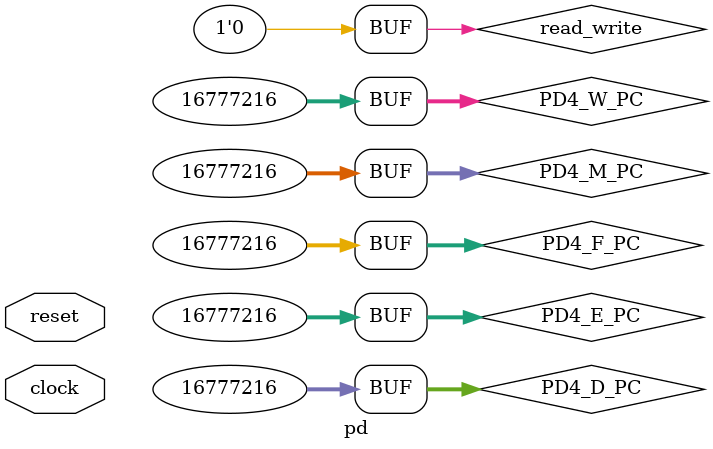
<source format=v>
module pd (
  input clock,
  input reset
);
  // // this came with pd.v dunno why they did it like this
  // reg [31:0] pc;
  // always @(posedge clock) begin
  //   if(reset) pc <= 0;
  //   else pc <= pc + 1;
  // end
   
  // fetch
  wire [31:0] data_in;
  wire read_write;
  assign read_write = 1'b0; //always read
  reg  [31:0] PD4_F_PC = 32'h01000000;
  reg  [31:0] PD4_F_INSN;

  // decode
  reg [6:0] PD4_D_OPCODE;
  reg [31:0] PD4_D_PC = 32'h01000000;
  reg [4:0] PD4_D_RD;
  reg [4:0] PD4_D_RS1; 
  reg [4:0] PD4_D_RS2; 
  reg [2:0] PD4_D_FUNCT3;
  reg [6:0] PD4_D_FUNCT7;
  reg [31:0] PD4_D_IMM;
  reg [4:0] PD4_D_SHAMT;

  // register file
  wire PD4_R_WRITE_ENABLE;
  wire [4:0] PD4_R_READ_RS1;
  wire [4:0] PD4_R_READ_RS2;
  wire [4:0] PD4_R_WRITE_DESTINATION;
  reg [31:0] PD4_R_READ_RS1_DATA;
  reg [31:0] PD4_R_READ_RS2_DATA;

  // execute
  reg [31:0] PD4_E_PC = 32'h01000000;
  reg [31:0] PD4_E_ALU_RES;
  reg PD4_E_BR_TAKEN;

  // branch compare
  wire BrUn;
  wire BrEq;
  wire BrLT;

  // A and B select
  wire ASel;
  wire BSel;
  wire [3:0] ALUSel;

  // DMEM
  reg [31:0] PD4_M_PC = 32'h01000000;
  wire [31:0] PD4_M_ADDRESS;
  wire PD4_M_RW;
  wire [1:0] PD4_M_SIZE_ENCODED;
  reg [31:0] PD4_M_DATA;

  // Writeback
  reg [31:0] PD4_W_PC = 32'h01000000;
  wire [1:0] PD4_W_ENABLE;
  wire [4:0] PD4_W_DESTINATION;
  wire [31:0] PD4_W_DATA;

  // assign address from instructions to register file inputs
  assign PD4_R_WRITE_DESTINATION = PD4_D_RD;
  assign PD4_R_READ_RS1 = PD4_D_RS1;
  assign PD4_R_READ_RS2 = PD4_D_RS2;

  imemory imem_0 (
    .clock(clock),
    .address(PD4_F_PC),
    .data_in(data_in),
    .data_out(PD4_F_INSN),
    .read_write(read_write)
  );

  dmemory dmem_0 (
    .clock(clock),
    .address(PD4_M_ADDRESS),
    .data_in(PD4_R_READ_RS2_DATA),
    .data_out(PD4_M_DATA),
    .read_write(PD4_M_RW),
    .access_size(PD4_M_SIZE_ENCODED)
  );

  decoder dec_0(
    .INSN(PD4_F_INSN),
    .OPCODE(PD4_D_OPCODE),
    .RD(PD4_D_RD),
    .RS1(PD4_D_RS1),
    .RS2(PD4_D_RS2),
    .FUNCT3(PD4_D_FUNCT3),
    .FUNCT7(PD4_D_FUNCT7),
    .IMM(PD4_D_IMM),
    .SHAMT(PD4_D_SHAMT)
  );
  
  register_file reg_0 (
    .clock(clock),
    .RegWEn(PD4_R_WRITE_ENABLE),
    .addr_rs1(PD4_R_READ_RS1),
    .addr_rs2(PD4_R_READ_RS2),
    .addr_rd(PD4_R_WRITE_DESTINATION),
    .data_rd(PD4_W_DATA),
    .data_rs1(PD4_R_READ_RS1_DATA),
    .data_rs2(PD4_R_READ_RS2_DATA)
  );

  branch_comp branch_comp_0 (
    .data_rs1(PD4_R_READ_RS1_DATA),
    .data_rs2(PD4_R_READ_RS2_DATA),
    .BrUn(BrUn),
    .BrEq(BrEq),
    .BrLT(BrLT)
  );

  control_logic control_logic_0 (
    .BrEq(BrEq),
    .BrLT(BrLT),
    .OPCODE(PD4_D_OPCODE),
    .RD(PD4_D_RD),
    .RS1(PD4_D_RS1),
    .RS2(PD4_D_RS2),
    .FUNCT3(PD4_D_FUNCT3),
    .FUNCT7(PD4_D_FUNCT7),
    .IMM(PD4_D_IMM),
    .SHAMT(PD4_D_SHAMT),
    .PCSel(PD4_E_BR_TAKEN),
    .RegWEn(PD4_R_WRITE_ENABLE),
    .BrUn(BrUn),
    .ASel(ASel),
    .BSel(BSel),
    .ALUSel(ALUSel),
    .access_size(PD4_M_SIZE_ENCODED),
    .DMEM_RW(PD4_M_RW),
    .WBSel(PD4_W_ENABLE)
  );

  pc pc_0 (
    .clock(clock),
    .reset(reset),
    .PCSel(PD4_E_BR_TAKEN),
    .alu_res(PD4_E_ALU_RES),
    .pc_out_F(PD4_F_PC),
    .pc_out_D(PD4_D_PC),
    .pc_out_E(PD4_E_PC),
    .pc_out_M(PD4_M_PC),
    .pc_out_W(PD4_W_PC)
  );

  alu alu_0 (
    .ASel(ASel),
    .BSel(BSel),
    .ALUSel(ALUSel),
    .pc(PD4_E_PC),
    .rs1(PD4_R_READ_RS1_DATA),
    .rs2(PD4_R_READ_RS2_DATA),
    .imm(PD4_D_IMM),
    .alu_res(PD4_E_ALU_RES)
  );

  write_back write_back_0 (
    .clock(clock),
    .wb_sel(PD4_W_ENABLE),
    .pc(PD4_W_PC),
    .alu_res(PD4_E_ALU_RES),
    .dmem_data_out(PD4_M_DATA),
    .write_back_data_out(PD4_W_DATA)
  );

endmodule

</source>
